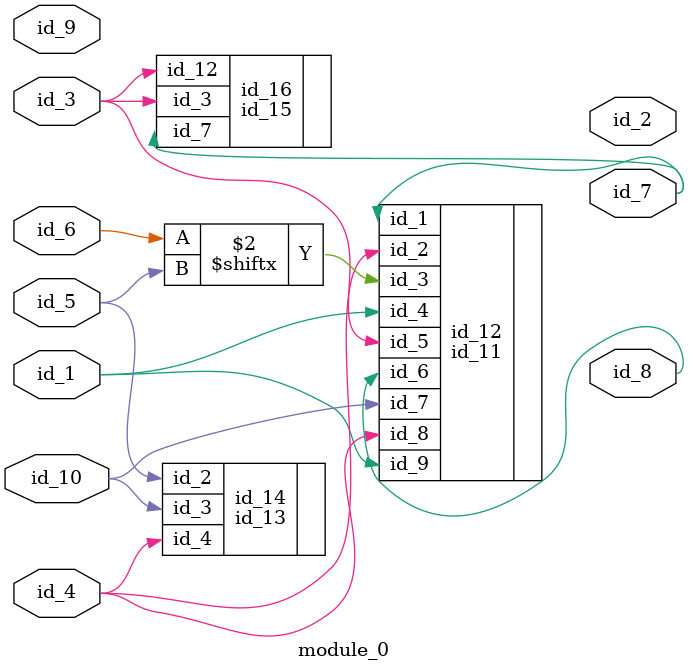
<source format=v>
module module_0 (
    id_1,
    id_2,
    id_3,
    id_4,
    id_5,
    id_6,
    id_7,
    id_8,
    id_9,
    id_10
);
  input id_10;
  input id_9;
  output id_8;
  output id_7;
  input id_6;
  input id_5;
  input id_4;
  input id_3;
  output id_2;
  input id_1;
  id_11 id_12 (
      .id_3(id_4),
      .id_6(id_8),
      .id_4(id_7),
      .id_2(id_1[(id_9) : id_1]),
      .id_3(id_6[id_7 : id_5]),
      .id_1(id_8),
      .id_1(id_1),
      .id_4(id_1),
      .id_8(id_4),
      .id_2(1),
      .id_4(id_3),
      .id_9(id_1),
      .id_4(id_1),
      .id_7(id_10),
      .id_1((id_7)),
      .id_2(id_4),
      .id_5(id_3)
  );
  id_13 id_14 (
      .id_2(id_5),
      .id_4(id_4),
      .id_3(id_10)
  );
  id_15 id_16 (
      .id_7 (id_7),
      .id_3 (id_3),
      .id_12(id_3)
  );
endmodule

</source>
